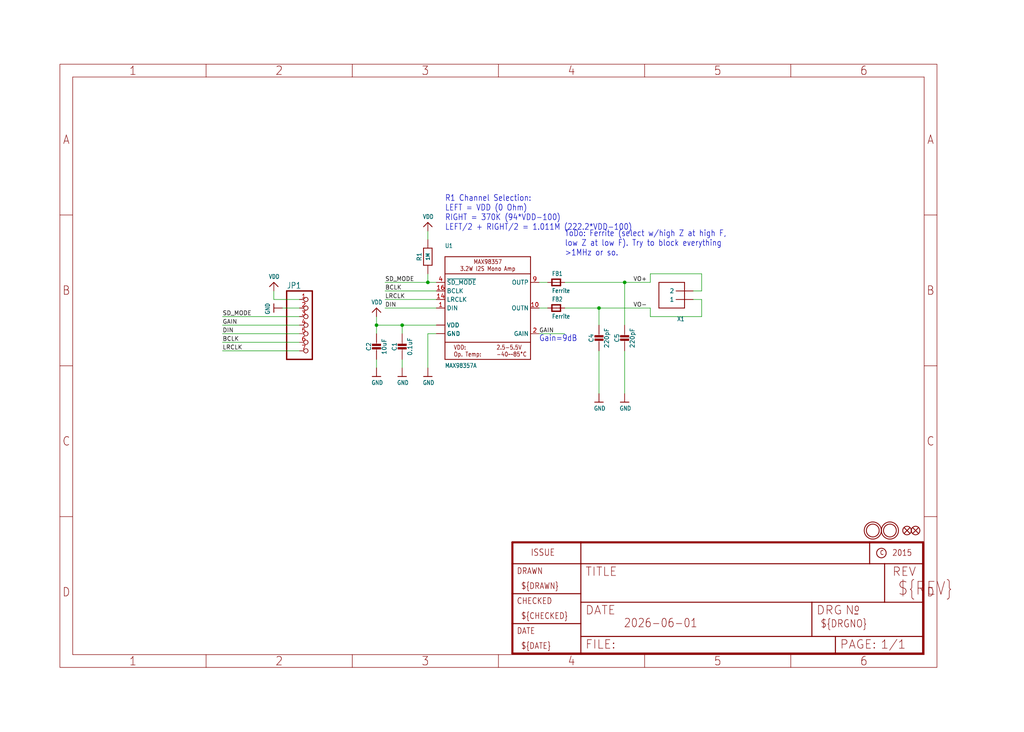
<source format=kicad_sch>
(kicad_sch (version 20230121) (generator eeschema)
  (paper "User" 303.962 217.322)
  (lib_symbols
    (symbol "working-eagle-import:AUDIOAMP_MAX98357"
      (property "Reference" "U" (at -12.7 17.78 0))
      (symbol "AUDIOAMP_MAX98357_1_0"
        (polyline (pts (xy -12.7 -15.24) (xy 12.7 -15.24)) (stroke (width 0.254)))
        (polyline (pts (xy -12.7 -10.16) (xy -12.7 -15.24)) (stroke (width 0.254)))
        (polyline (pts (xy -12.7 -10.16) (xy -12.7 10.16)) (stroke (width 0.254)))
        (polyline (pts (xy -12.7 10.16) (xy -12.7 15.24)) (stroke (width 0.254)))
        (polyline (pts (xy -12.7 10.16) (xy 12.7 10.16)) (stroke (width 0.254)))
        (polyline (pts (xy -12.7 15.24) (xy 12.7 15.24)) (stroke (width 0.254)))
        (polyline (pts (xy 12.7 -15.24) (xy 12.7 -10.16)) (stroke (width 0.254)))
        (polyline (pts (xy 12.7 -10.16) (xy -12.7 -10.16)) (stroke (width 0.254)))
        (polyline (pts (xy 12.7 10.16) (xy 12.7 -10.16)) (stroke (width 0.254)))
        (polyline (pts (xy 12.7 15.24) (xy 12.7 10.16)) (stroke (width 0.254)))
        (text "2.5-5.5V\n-40~~85°C" (at 2.54 -12.7 0) (effects (font (size 1.27 1.0795)) (justify left)))
        (text "MAX98357\n3.2W I2S Mono Amp" (at 0 12.7 0) (effects (font (size 1.27 1.0795))))
        (text "VDD:\nOp. Temp:" (at -10.16 -12.7 0) (effects (font (size 1.27 1.0795)) (justify left)))
        (pin bidirectional line (at -15.24 0 0) (length 2.54) (name "DIN") (number "1"))
        (pin output line (at 15.24 0 180) (length 2.54) (name "OUTN") (number "10"))
        (pin power_in line (at -15.24 -7.62 0) (length 2.54) (name "GND") (number "11"))
        (pin bidirectional line (at -15.24 2.54 0) (length 2.54) (name "LRCLK") (number "14"))
        (pin power_in line (at -15.24 -7.62 0) (length 2.54) (name "GND") (number "15"))
        (pin bidirectional line (at -15.24 5.08 0) (length 2.54) (name "BCLK") (number "16"))
        (pin bidirectional line (at 15.24 -7.62 180) (length 2.54) (name "GAIN") (number "2"))
        (pin power_in line (at -15.24 -7.62 0) (length 2.54) (name "GND") (number "3"))
        (pin bidirectional line (at -15.24 7.62 0) (length 2.54) (name "~{SD_MODE}") (number "4"))
        (pin power_in line (at -15.24 -5.08 0) (length 2.54) (name "VDD") (number "7"))
        (pin power_in line (at -15.24 -5.08 0) (length 2.54) (name "VDD") (number "8"))
        (pin output line (at 15.24 7.62 180) (length 2.54) (name "OUTP") (number "9"))
        (pin power_in line (at -15.24 -7.62 0) (length 2.54) (name "GND") (number "THERMAL"))
      )
    )
    (symbol "working-eagle-import:CAP_CERAMIC0805-NOOUTLINE"
      (property "Reference" "C" (at -2.29 1.25 90))
      (symbol "CAP_CERAMIC0805-NOOUTLINE_1_0"
        (rectangle (start -1.27 0.508) (end 1.27 1.016) (fill (type outline)))
        (rectangle (start -1.27 1.524) (end 1.27 2.032) (fill (type outline)))
        (polyline (pts (xy 0 0.762) (xy 0 0)) (stroke (width 0.1524)))
        (polyline (pts (xy 0 2.54) (xy 0 1.778)) (stroke (width 0.1524)))
        (pin passive line (at 0 5.08 270) (length 2.54) (name "1") (number "1"))
        (pin passive line (at 0 -2.54 90) (length 2.54) (name "2") (number "2"))
      )
    )
    (symbol "working-eagle-import:FERRITE-0805NO"
      (property "Reference" "FB" (at -1.27 1.905 0))
      (symbol "FERRITE-0805NO_1_0"
        (polyline (pts (xy -1.27 -0.9525) (xy -1.27 0.9525)) (stroke (width 0.4064)))
        (polyline (pts (xy -1.27 0.9525) (xy 1.27 0.9525)) (stroke (width 0.4064)))
        (polyline (pts (xy 1.27 -0.9525) (xy -1.27 -0.9525)) (stroke (width 0.4064)))
        (polyline (pts (xy 1.27 0.9525) (xy 1.27 -0.9525)) (stroke (width 0.4064)))
        (pin passive line (at -2.54 0 0) (length 2.54) (name "P$1") (number "1"))
        (pin passive line (at 2.54 0 180) (length 2.54) (name "P$2") (number "2"))
      )
    )
    (symbol "working-eagle-import:FIDUCIAL{dblquote}{dblquote}"
      (symbol "FIDUCIAL{dblquote}{dblquote}_1_0"
        (polyline (pts (xy -0.762 0.762) (xy 0.762 -0.762)) (stroke (width 0.254)))
        (polyline (pts (xy 0.762 0.762) (xy -0.762 -0.762)) (stroke (width 0.254)))
        (circle (center 0 0) (radius 1.27) (stroke (width 0.254)))
      )
    )
    (symbol "working-eagle-import:FRAME_A4"
      (symbol "FRAME_A4_1_0"
        (polyline (pts (xy 0 44.7675) (xy 3.81 44.7675)))
        (polyline (pts (xy 0 89.535) (xy 3.81 89.535)))
        (polyline (pts (xy 0 134.3025) (xy 3.81 134.3025)))
        (polyline (pts (xy 3.81 3.81) (xy 3.81 175.26)))
        (polyline (pts (xy 43.3917 0) (xy 43.3917 3.81)))
        (polyline (pts (xy 43.3917 175.26) (xy 43.3917 179.07)))
        (polyline (pts (xy 86.7833 0) (xy 86.7833 3.81)))
        (polyline (pts (xy 86.7833 175.26) (xy 86.7833 179.07)))
        (polyline (pts (xy 130.175 0) (xy 130.175 3.81)))
        (polyline (pts (xy 130.175 175.26) (xy 130.175 179.07)))
        (polyline (pts (xy 173.5667 0) (xy 173.5667 3.81)))
        (polyline (pts (xy 173.5667 175.26) (xy 173.5667 179.07)))
        (polyline (pts (xy 216.9583 0) (xy 216.9583 3.81)))
        (polyline (pts (xy 216.9583 175.26) (xy 216.9583 179.07)))
        (polyline (pts (xy 256.54 3.81) (xy 3.81 3.81)))
        (polyline (pts (xy 256.54 3.81) (xy 256.54 8.89)) (stroke (width 0.1016)))
        (polyline (pts (xy 256.54 3.81) (xy 256.54 175.26)))
        (polyline (pts (xy 256.54 8.89) (xy 256.54 13.97)) (stroke (width 0.1016)))
        (polyline (pts (xy 256.54 13.97) (xy 256.54 19.05)) (stroke (width 0.1016)))
        (polyline (pts (xy 256.54 19.05) (xy 256.54 36.83)) (stroke (width 0.1016)))
        (polyline (pts (xy 256.54 44.7675) (xy 260.35 44.7675)))
        (polyline (pts (xy 256.54 89.535) (xy 260.35 89.535)))
        (polyline (pts (xy 256.54 134.3025) (xy 260.35 134.3025)))
        (polyline (pts (xy 256.54 175.26) (xy 3.81 175.26)))
        (polyline (pts (xy 0 0) (xy 260.35 0) (xy 260.35 179.07) (xy 0 179.07) (xy 0 0)))
        (text "1" (at 21.6958 1.905 0) (effects (font (size 2.54 2.286))))
        (text "1" (at 21.6958 177.165 0) (effects (font (size 2.54 2.286))))
        (text "2" (at 65.0875 1.905 0) (effects (font (size 2.54 2.286))))
        (text "2" (at 65.0875 177.165 0) (effects (font (size 2.54 2.286))))
        (text "3" (at 108.4792 1.905 0) (effects (font (size 2.54 2.286))))
        (text "3" (at 108.4792 177.165 0) (effects (font (size 2.54 2.286))))
        (text "4" (at 151.8708 1.905 0) (effects (font (size 2.54 2.286))))
        (text "4" (at 151.8708 177.165 0) (effects (font (size 2.54 2.286))))
        (text "5" (at 195.2625 1.905 0) (effects (font (size 2.54 2.286))))
        (text "5" (at 195.2625 177.165 0) (effects (font (size 2.54 2.286))))
        (text "6" (at 238.6542 1.905 0) (effects (font (size 2.54 2.286))))
        (text "6" (at 238.6542 177.165 0) (effects (font (size 2.54 2.286))))
        (text "A" (at 1.905 156.6863 0) (effects (font (size 2.54 2.286))))
        (text "A" (at 258.445 156.6863 0) (effects (font (size 2.54 2.286))))
        (text "B" (at 1.905 111.9188 0) (effects (font (size 2.54 2.286))))
        (text "B" (at 258.445 111.9188 0) (effects (font (size 2.54 2.286))))
        (text "C" (at 1.905 67.1513 0) (effects (font (size 2.54 2.286))))
        (text "C" (at 258.445 67.1513 0) (effects (font (size 2.54 2.286))))
        (text "D" (at 1.905 22.3838 0) (effects (font (size 2.54 2.286))))
        (text "D" (at 258.445 22.3838 0) (effects (font (size 2.54 2.286))))
      )
      (symbol "FRAME_A4_2_0"
        (polyline (pts (xy -0.3048 1.5748) (xy 20.0152 1.5748)) (stroke (width 0.6096)))
        (polyline (pts (xy -0.3048 10.4648) (xy -0.3048 1.5748)) (stroke (width 0.6096)))
        (polyline (pts (xy -0.3048 10.4648) (xy 20.0152 10.4648)) (stroke (width 0.3048)))
        (polyline (pts (xy -0.3048 19.3548) (xy -0.3048 10.4648)) (stroke (width 0.6096)))
        (polyline (pts (xy -0.3048 19.3548) (xy 20.0152 19.3548)) (stroke (width 0.3048)))
        (polyline (pts (xy -0.3048 28.2448) (xy -0.3048 19.3548)) (stroke (width 0.6096)))
        (polyline (pts (xy -0.3048 28.2448) (xy 20.0152 28.2448)) (stroke (width 0.3048)))
        (polyline (pts (xy -0.3048 34.5948) (xy -0.3048 28.2448)) (stroke (width 0.6096)))
        (polyline (pts (xy 20.0152 1.5748) (xy 20.0152 6.6548)) (stroke (width 0.3048)))
        (polyline (pts (xy 20.0152 1.5748) (xy 95.5802 1.5748)) (stroke (width 0.6096)))
        (polyline (pts (xy 20.0152 6.6548) (xy 20.0152 10.4648)) (stroke (width 0.3048)))
        (polyline (pts (xy 20.0152 6.6548) (xy 88.5952 6.6548)) (stroke (width 0.3048)))
        (polyline (pts (xy 20.0152 10.4648) (xy 20.0152 16.8148)) (stroke (width 0.3048)))
        (polyline (pts (xy 20.0152 16.8148) (xy 20.0152 19.3548)) (stroke (width 0.3048)))
        (polyline (pts (xy 20.0152 19.3548) (xy 20.0152 28.2448)) (stroke (width 0.3048)))
        (polyline (pts (xy 20.0152 28.2448) (xy 20.0152 34.5948)) (stroke (width 0.3048)))
        (polyline (pts (xy 20.0152 28.2448) (xy 105.7402 28.2448)) (stroke (width 0.3048)))
        (polyline (pts (xy 20.0152 34.5948) (xy -0.3048 34.5948)) (stroke (width 0.6096)))
        (polyline (pts (xy 88.5952 6.6548) (xy 95.5802 6.6548)) (stroke (width 0.3048)))
        (polyline (pts (xy 88.5952 16.8148) (xy 20.0152 16.8148)) (stroke (width 0.3048)))
        (polyline (pts (xy 88.5952 16.8148) (xy 88.5952 6.6548)) (stroke (width 0.3048)))
        (polyline (pts (xy 95.5802 1.5748) (xy 121.6152 1.5748)) (stroke (width 0.6096)))
        (polyline (pts (xy 95.5802 6.6548) (xy 95.5802 1.5748)) (stroke (width 0.3048)))
        (polyline (pts (xy 95.5802 6.6548) (xy 121.6152 6.6548)) (stroke (width 0.3048)))
        (polyline (pts (xy 101.2952 13.3223) (xy 102.2477 13.3223)) (stroke (width 0.254)))
        (polyline (pts (xy 105.7402 28.2448) (xy 105.7402 34.5948)) (stroke (width 0.3048)))
        (polyline (pts (xy 105.7402 28.2448) (xy 110.1852 28.2448)) (stroke (width 0.3048)))
        (polyline (pts (xy 105.7402 34.5948) (xy 20.0152 34.5948)) (stroke (width 0.6096)))
        (polyline (pts (xy 110.1852 16.8148) (xy 88.5952 16.8148)) (stroke (width 0.3048)))
        (polyline (pts (xy 110.1852 28.2448) (xy 110.1852 16.8148)) (stroke (width 0.3048)))
        (polyline (pts (xy 110.1852 28.2448) (xy 121.6152 28.2448)) (stroke (width 0.3048)))
        (polyline (pts (xy 121.6152 6.6548) (xy 121.6152 1.5748)) (stroke (width 0.6096)))
        (polyline (pts (xy 121.6152 16.8148) (xy 110.1852 16.8148)) (stroke (width 0.3048)))
        (polyline (pts (xy 121.6152 16.8148) (xy 121.6152 6.6548)) (stroke (width 0.6096)))
        (polyline (pts (xy 121.6152 28.2448) (xy 121.6152 16.8148)) (stroke (width 0.6096)))
        (polyline (pts (xy 121.6152 34.5948) (xy 105.7402 34.5948)) (stroke (width 0.6096)))
        (polyline (pts (xy 121.6152 34.5948) (xy 121.6152 28.2448)) (stroke (width 0.6096)))
        (circle (center 109.2327 31.4198) (radius 1.4199) (stroke (width 0.254)))
        (text "${#}/${##}" (at 108.9152 2.8448 0) (effects (font (size 2.54 2.54)) (justify left bottom)))
        (text "${CHECKED}" (at 2.2352 11.7348 0) (effects (font (size 1.778 1.5113)) (justify left bottom)))
        (text "${COMPANY}" (at 23.349 29.6735 0) (effects (font (size 3.175 2.6987) (thickness 0.5397) bold) (justify left bottom)))
        (text "${CURRENT_DATE}" (at 32.7152 9.1948 0) (effects (font (size 2.54 2.159)) (justify left bottom)))
        (text "${DATE}" (at 2.2352 2.8448 0) (effects (font (size 1.778 1.5113)) (justify left bottom)))
        (text "${DRAWN}" (at 2.2352 20.6248 0) (effects (font (size 1.778 1.5113)) (justify left bottom)))
        (text "${DRGNO}" (at 91.1352 9.1948 0) (effects (font (size 2.1844 1.8567)) (justify left bottom)))
        (text "${PROJECTNAME}" (at 33.0327 2.8448 0) (effects (font (size 2.54 2.159)) (justify left bottom)))
        (text "${REV}" (at 113.9952 18.7198 0) (effects (font (size 3.81 3.2385)) (justify left bottom)))
        (text "2015" (at 112.4077 30.4673 0) (effects (font (size 1.778 1.5113)) (justify left bottom)))
        (text "C" (at 108.7564 30.7848 0) (effects (font (size 1.27 1.0795)) (justify left bottom)))
        (text "CHECKED" (at 0.9652 16.1798 0) (effects (font (size 1.778 1.5113)) (justify left bottom)))
        (text "DATE" (at 0.9652 7.2898 0) (effects (font (size 1.778 1.5113)) (justify left bottom)))
        (text "DATE" (at 21.2852 13.0048 0) (effects (font (size 2.54 2.54)) (justify left bottom)))
        (text "DRAWN" (at 0.9652 25.0698 0) (effects (font (size 1.778 1.5113)) (justify left bottom)))
        (text "DRG" (at 89.8652 13.0048 0) (effects (font (size 2.54 2.54)) (justify left bottom)))
        (text "FILE:" (at 21.2852 2.8448 0) (effects (font (size 2.54 2.54)) (justify left bottom)))
        (text "ISSUE" (at 5.0927 30.4673 0) (effects (font (size 1.9304 1.6408)) (justify left bottom)))
        (text "N" (at 98.4377 13.0048 0) (effects (font (size 2.54 2.54)) (justify left bottom)))
        (text "o" (at 100.9777 13.9573 0) (effects (font (size 2.1844 1.8567)) (justify left bottom)))
        (text "PAGE:" (at 96.8502 2.8448 0) (effects (font (size 2.54 2.54)) (justify left bottom)))
        (text "REV" (at 112.4077 24.4348 0) (effects (font (size 2.54 2.54)) (justify left bottom)))
        (text "TITLE" (at 21.2852 24.4348 0) (effects (font (size 2.54 2.54)) (justify left bottom)))
      )
    )
    (symbol "working-eagle-import:GND" (power)
      (property "Value" "GND" (at -1.524 -2.54 0))
      (symbol "GND_1_0"
        (polyline (pts (xy -1.27 0) (xy 1.27 0)) (stroke (width 0.254)))
        (pin power_in line (at 0 2.54 270) (length 2.54) (name "GND") (number "1"))
      )
    )
    (symbol "working-eagle-import:HEADER-1X7THICKER"
      (property "Reference" "JP" (at -6.35 10.795 0))
      (symbol "HEADER-1X7THICKER_1_0"
        (polyline (pts (xy -6.35 -10.16) (xy 1.27 -10.16)) (stroke (width 0.4064)))
        (polyline (pts (xy -6.35 10.16) (xy -6.35 -10.16)) (stroke (width 0.4064)))
        (polyline (pts (xy 1.27 -10.16) (xy 1.27 10.16)) (stroke (width 0.4064)))
        (polyline (pts (xy 1.27 10.16) (xy -6.35 10.16)) (stroke (width 0.4064)))
        (pin passive inverted (at -2.54 7.62 0) (length 2.54) (name "1") (number "1"))
        (pin passive inverted (at -2.54 5.08 0) (length 2.54) (name "2") (number "2"))
        (pin passive inverted (at -2.54 2.54 0) (length 2.54) (name "3") (number "3"))
        (pin passive inverted (at -2.54 0 0) (length 2.54) (name "4") (number "4"))
        (pin passive inverted (at -2.54 -2.54 0) (length 2.54) (name "5") (number "5"))
        (pin passive inverted (at -2.54 -5.08 0) (length 2.54) (name "6") (number "6"))
        (pin passive inverted (at -2.54 -7.62 0) (length 2.54) (name "7") (number "7"))
      )
    )
    (symbol "working-eagle-import:MOUNTINGHOLE2.5"
      (symbol "MOUNTINGHOLE2.5_1_0"
        (circle (center 0 0) (radius 1.905) (stroke (width 0.254)))
        (circle (center 0 0) (radius 2.54) (stroke (width 0.254)))
      )
    )
    (symbol "working-eagle-import:RESISTOR0805_NOOUTLINE"
      (property "Reference" "R" (at 0 2.54 0))
      (symbol "RESISTOR0805_NOOUTLINE_1_0"
        (polyline (pts (xy -2.54 -1.27) (xy -2.54 1.27)) (stroke (width 0.254)))
        (polyline (pts (xy -2.54 1.27) (xy 2.54 1.27)) (stroke (width 0.254)))
        (polyline (pts (xy 2.54 -1.27) (xy -2.54 -1.27)) (stroke (width 0.254)))
        (polyline (pts (xy 2.54 1.27) (xy 2.54 -1.27)) (stroke (width 0.254)))
        (pin passive line (at -5.08 0 0) (length 2.54) (name "1") (number "1"))
        (pin passive line (at 5.08 0 180) (length 2.54) (name "2") (number "2"))
      )
    )
    (symbol "working-eagle-import:TERMBLOCK_1X2"
      (property "Reference" "X" (at -2.54 7.62 0))
      (symbol "TERMBLOCK_1X2_1_0"
        (polyline (pts (xy -2.54 -2.54) (xy 5.08 -2.54)) (stroke (width 0.254)))
        (polyline (pts (xy -2.54 5.08) (xy -2.54 -2.54)) (stroke (width 0.254)))
        (polyline (pts (xy 5.08 -2.54) (xy 5.08 5.08)) (stroke (width 0.254)))
        (polyline (pts (xy 5.08 5.08) (xy -2.54 5.08)) (stroke (width 0.254)))
        (pin passive line (at -5.08 2.54 0) (length 5.08) (name "1") (number "1"))
        (pin passive line (at -5.08 0 0) (length 5.08) (name "2") (number "2"))
      )
    )
    (symbol "working-eagle-import:VDD" (power)
      (property "Value" "VDD" (at -1.524 1.016 0))
      (symbol "VDD_1_0"
        (polyline (pts (xy -1.27 -1.27) (xy 0 0)) (stroke (width 0.254)))
        (polyline (pts (xy 0 0) (xy 1.27 -1.27)) (stroke (width 0.254)))
        (pin power_in line (at 0 -2.54 90) (length 2.54) (name "VDD") (number "1"))
      )
    )
  )
  (junction (at 119.38 96.52))
  (junction (at 127 83.82))
  (junction (at 111.76 96.52))
  (junction (at 185.42 83.82))
  (junction (at 177.8 91.44))
  (wire (pts (xy 193.04 91.44) (xy 193.04 93.98)) (stroke (width 0.1524)))
  (wire (pts (xy 208.28 81.28) (xy 208.28 86.36)) (stroke (width 0.1524)))
  (wire (pts (xy 193.04 81.28) (xy 208.28 81.28)) (stroke (width 0.1524)))
  (wire (pts (xy 127 99.06) (xy 127 109.22)) (stroke (width 0.1524)))
  (wire (pts (xy 88.9 104.14) (xy 66.04 104.14)) (stroke (width 0.1524)))
  (wire (pts (xy 119.38 106.68) (xy 119.38 109.22)) (stroke (width 0.1524)))
  (wire (pts (xy 160.02 83.82) (xy 162.56 83.82)) (stroke (width 0.1524)))
  (wire (pts (xy 129.54 88.9) (xy 114.3 88.9)) (stroke (width 0.1524)))
  (wire (pts (xy 167.64 91.44) (xy 177.8 91.44)) (stroke (width 0.1524)))
  (wire (pts (xy 127 83.82) (xy 114.3 83.82)) (stroke (width 0.1524)))
  (wire (pts (xy 185.42 104.14) (xy 185.42 116.84)) (stroke (width 0.1524)))
  (wire (pts (xy 88.9 88.9) (xy 81.28 88.9)) (stroke (width 0.1524)))
  (wire (pts (xy 208.28 88.9) (xy 205.74 88.9)) (stroke (width 0.1524)))
  (wire (pts (xy 208.28 86.36) (xy 205.74 86.36)) (stroke (width 0.1524)))
  (wire (pts (xy 185.42 83.82) (xy 193.04 83.82)) (stroke (width 0.1524)))
  (wire (pts (xy 111.76 96.52) (xy 111.76 93.98)) (stroke (width 0.1524)))
  (wire (pts (xy 167.64 83.82) (xy 185.42 83.82)) (stroke (width 0.1524)))
  (wire (pts (xy 129.54 91.44) (xy 114.3 91.44)) (stroke (width 0.1524)))
  (wire (pts (xy 129.54 99.06) (xy 127 99.06)) (stroke (width 0.1524)))
  (wire (pts (xy 185.42 83.82) (xy 185.42 96.52)) (stroke (width 0.1524)))
  (wire (pts (xy 81.28 88.9) (xy 81.28 86.36)) (stroke (width 0.1524)))
  (wire (pts (xy 88.9 99.06) (xy 66.04 99.06)) (stroke (width 0.1524)))
  (wire (pts (xy 160.02 91.44) (xy 162.56 91.44)) (stroke (width 0.1524)))
  (wire (pts (xy 111.76 106.68) (xy 111.76 109.22)) (stroke (width 0.1524)))
  (wire (pts (xy 119.38 96.52) (xy 111.76 96.52)) (stroke (width 0.1524)))
  (wire (pts (xy 129.54 83.82) (xy 127 83.82)) (stroke (width 0.1524)))
  (wire (pts (xy 193.04 83.82) (xy 193.04 81.28)) (stroke (width 0.1524)))
  (wire (pts (xy 160.02 99.06) (xy 167.64 99.06)) (stroke (width 0.1524)))
  (wire (pts (xy 129.54 86.36) (xy 114.3 86.36)) (stroke (width 0.1524)))
  (wire (pts (xy 66.04 96.52) (xy 88.9 96.52)) (stroke (width 0.1524)))
  (wire (pts (xy 193.04 93.98) (xy 208.28 93.98)) (stroke (width 0.1524)))
  (wire (pts (xy 177.8 104.14) (xy 177.8 116.84)) (stroke (width 0.1524)))
  (wire (pts (xy 208.28 93.98) (xy 208.28 88.9)) (stroke (width 0.1524)))
  (wire (pts (xy 88.9 93.98) (xy 66.04 93.98)) (stroke (width 0.1524)))
  (wire (pts (xy 119.38 99.06) (xy 119.38 96.52)) (stroke (width 0.1524)))
  (wire (pts (xy 88.9 101.6) (xy 66.04 101.6)) (stroke (width 0.1524)))
  (wire (pts (xy 127 71.12) (xy 127 68.58)) (stroke (width 0.1524)))
  (wire (pts (xy 177.8 91.44) (xy 177.8 96.52)) (stroke (width 0.1524)))
  (wire (pts (xy 111.76 99.06) (xy 111.76 96.52)) (stroke (width 0.1524)))
  (wire (pts (xy 127 83.82) (xy 127 81.28)) (stroke (width 0.1524)))
  (wire (pts (xy 177.8 91.44) (xy 193.04 91.44)) (stroke (width 0.1524)))
  (wire (pts (xy 129.54 96.52) (xy 119.38 96.52)) (stroke (width 0.1524)))
  (wire (pts (xy 88.9 91.44) (xy 83.82 91.44)) (stroke (width 0.1524)))
  (text "ToDo: Ferrite (select w/high Z at high F,\nlow Z at low F). Try to block everything\n>1MHz or so." (at 167.64 76.2 0) (effects (font (size 1.778 1.5113)) (justify left bottom)))
  (text "R1 Channel Selection:\nLEFT = VDD (0 Ohm)\nRIGHT = 370K (94*VDD-100)\nLEFT/2 + RIGHT/2 = 1.011M (222.2*VDD-100)" (at 132.08 68.58 0) (effects (font (size 1.778 1.5113)) (justify left bottom)))
  (text "Gain=9dB" (at 160.02 101.6 0) (effects (font (size 1.778 1.5113)) (justify left bottom)))
  (label "LRCLK" (at 114.3 88.9 0) (effects (font (size 1.2446 1.2446))))
  (label "DIN" (at 66.04 99.06 0) (effects (font (size 1.2446 1.2446))))
  (label "GAIN" (at 160.02 99.06 0) (effects (font (size 1.2446 1.2446))))
  (label "VO+" (at 187.96 83.82 0) (effects (font (size 1.2446 1.2446))))
  (label "BCLK" (at 66.04 101.6 0) (effects (font (size 1.2446 1.2446))))
  (label "GAIN" (at 66.04 96.52 0) (effects (font (size 1.2446 1.2446))))
  (label "SD_MODE" (at 114.3 83.82 0) (effects (font (size 1.2446 1.2446))))
  (label "DIN" (at 114.3 91.44 0) (effects (font (size 1.2446 1.2446))))
  (label "SD_MODE" (at 66.04 93.98 0) (effects (font (size 1.2446 1.2446))))
  (label "BCLK" (at 114.3 86.36 0) (effects (font (size 1.2446 1.2446))))
  (label "VO-" (at 187.96 91.44 0) (effects (font (size 1.2446 1.2446))))
  (label "LRCLK" (at 66.04 104.14 0) (effects (font (size 1.2446 1.2446))))
  (symbol (lib_id "working-eagle-import:CAP_CERAMIC0805-NOOUTLINE") (at 119.38 104.14 0) (unit 1)
    (property "Reference" "C1" (at 117.09 102.89 90))
    (property "Value" "0.1uF" (at 121.68 102.89 90))
    (property "Footprint" "working:0805-NO" (effects hide))
  )
  (symbol (lib_id "working-eagle-import:GND") (at 111.76 111.76 0) (unit 1)
    (property "Reference" "#U$5" (effects hide))
    (property "Value" "GND" (at 110.236 114.3 0) (effects (font (size 1.27 1.0795)) (justify left bottom)))
  )
  (symbol (lib_id "working-eagle-import:VDD") (at 111.76 91.44 0) (unit 1)
    (property "Reference" "#U$1" (effects hide))
    (property "Value" "VDD" (at 110.236 90.424 0) (effects (font (size 1.27 1.0795)) (justify left bottom)))
  )
  (symbol (lib_id "working-eagle-import:GND") (at 185.42 119.38 0) (unit 1)
    (property "Reference" "#U$8" (effects hide))
    (property "Value" "GND" (at 183.896 121.92 0) (effects (font (size 1.27 1.0795)) (justify left bottom)))
  )
  (symbol (lib_id "working-eagle-import:CAP_CERAMIC0805-NOOUTLINE") (at 177.8 101.6 0) (unit 1)
    (property "Reference" "C4" (at 175.51 100.35 90))
    (property "Value" "220pF" (at 180.1 100.35 90))
    (property "Footprint" "working:0805-NO" (effects hide))
  )
  (symbol (lib_id "working-eagle-import:GND") (at 127 111.76 0) (unit 1)
    (property "Reference" "#U$2" (effects hide))
    (property "Value" "GND" (at 125.476 114.3 0) (effects (font (size 1.27 1.0795)) (justify left bottom)))
  )
  (symbol (lib_id "working-eagle-import:VDD") (at 127 66.04 0) (unit 1)
    (property "Reference" "#U$3" (effects hide))
    (property "Value" "VDD" (at 125.476 65.024 0) (effects (font (size 1.27 1.0795)) (justify left bottom)))
  )
  (symbol (lib_id "working-eagle-import:FRAME_A4") (at 17.78 198.12 0) (unit 1)
    (property "Reference" "#FRAME1" (effects hide))
    (property "Value" "FRAME_A4" (effects hide))
  )
  (symbol (lib_id "working-eagle-import:MOUNTINGHOLE2.5") (at 259.08 157.48 0) (unit 1)
    (property "Reference" "U$10" (effects hide))
    (property "Value" "MOUNTINGHOLE2.5" (effects hide))
    (property "Footprint" "working:MOUNTINGHOLE_2.5_PLATED" (effects hide))
  )
  (symbol (lib_id "working-eagle-import:VDD") (at 81.28 83.82 0) (unit 1)
    (property "Reference" "#U$12" (effects hide))
    (property "Value" "VDD" (at 79.756 82.804 0) (effects (font (size 1.27 1.0795)) (justify left bottom)))
  )
  (symbol (lib_id "working-eagle-import:MOUNTINGHOLE2.5") (at 264.16 157.48 0) (unit 1)
    (property "Reference" "U$9" (effects hide))
    (property "Value" "MOUNTINGHOLE2.5" (effects hide))
    (property "Footprint" "working:MOUNTINGHOLE_2.5_PLATED" (effects hide))
  )
  (symbol (lib_id "working-eagle-import:FRAME_A4") (at 152.4 195.58 0) (unit 2)
    (property "Reference" "#FRAME1" (effects hide))
    (property "Value" "FRAME_A4" (effects hide))
  )
  (symbol (lib_id "working-eagle-import:FIDUCIAL{dblquote}{dblquote}") (at 269.24 157.48 0) (unit 1)
    (property "Reference" "FID2" (effects hide))
    (property "Value" "FIDUCIAL{dblquote}{dblquote}" (effects hide))
    (property "Footprint" "working:FIDUCIAL_1MM" (effects hide))
  )
  (symbol (lib_id "working-eagle-import:FIDUCIAL{dblquote}{dblquote}") (at 271.78 157.48 0) (unit 1)
    (property "Reference" "FID1" (effects hide))
    (property "Value" "FIDUCIAL{dblquote}{dblquote}" (effects hide))
    (property "Footprint" "working:FIDUCIAL_1MM" (effects hide))
  )
  (symbol (lib_id "working-eagle-import:CAP_CERAMIC0805-NOOUTLINE") (at 111.76 104.14 0) (unit 1)
    (property "Reference" "C2" (at 109.47 102.89 90))
    (property "Value" "10uF" (at 114.06 102.89 90))
    (property "Footprint" "working:0805-NO" (effects hide))
  )
  (symbol (lib_id "working-eagle-import:RESISTOR0805_NOOUTLINE") (at 127 76.2 90) (unit 1)
    (property "Reference" "R1" (at 124.46 76.2 0))
    (property "Value" "1M" (at 127 76.2 0) (effects (font (size 1.016 1.016) bold)))
    (property "Footprint" "working:0805-NO" (effects hide))
  )
  (symbol (lib_id "working-eagle-import:FERRITE-0805NO") (at 165.1 83.82 0) (unit 1)
    (property "Reference" "FB1" (at 163.83 81.915 0) (effects (font (size 1.27 1.0795)) (justify left bottom)))
    (property "Value" "Ferrite" (at 163.83 86.995 0) (effects (font (size 1.27 1.0795)) (justify left bottom)))
    (property "Footprint" "working:0805-NO" (effects hide))
  )
  (symbol (lib_id "working-eagle-import:TERMBLOCK_1X2") (at 200.66 86.36 180) (unit 1)
    (property "Reference" "X1" (at 203.2 93.98 0) (effects (font (size 1.27 1.0795)) (justify left bottom)))
    (property "Value" "TERMBLOCK_1X2" (effects hide))
    (property "Footprint" "working:TERMBLOCK_1X2-3.5MM" (effects hide))
  )
  (symbol (lib_id "working-eagle-import:HEADER-1X7THICKER") (at 91.44 96.52 0) (unit 1)
    (property "Reference" "JP1" (at 85.09 85.725 0) (effects (font (size 1.778 1.5113)) (justify left bottom)))
    (property "Value" "HEADER-1X7THICKER" (effects hide))
    (property "Footprint" "working:1X07_ROUND_76" (effects hide))
  )
  (symbol (lib_id "working-eagle-import:CAP_CERAMIC0805-NOOUTLINE") (at 185.42 101.6 0) (unit 1)
    (property "Reference" "C5" (at 183.13 100.35 90))
    (property "Value" "220pF" (at 187.72 100.35 90))
    (property "Footprint" "working:0805-NO" (effects hide))
  )
  (symbol (lib_id "working-eagle-import:GND") (at 177.8 119.38 0) (unit 1)
    (property "Reference" "#U$7" (effects hide))
    (property "Value" "GND" (at 176.276 121.92 0) (effects (font (size 1.27 1.0795)) (justify left bottom)))
  )
  (symbol (lib_id "working-eagle-import:GND") (at 81.28 91.44 270) (unit 1)
    (property "Reference" "#U$13" (effects hide))
    (property "Value" "GND" (at 78.74 89.916 0) (effects (font (size 1.27 1.0795)) (justify left bottom)))
  )
  (symbol (lib_id "working-eagle-import:GND") (at 119.38 111.76 0) (unit 1)
    (property "Reference" "#U$4" (effects hide))
    (property "Value" "GND" (at 117.856 114.3 0) (effects (font (size 1.27 1.0795)) (justify left bottom)))
  )
  (symbol (lib_id "working-eagle-import:FERRITE-0805NO") (at 165.1 91.44 0) (unit 1)
    (property "Reference" "FB2" (at 163.83 89.535 0) (effects (font (size 1.27 1.0795)) (justify left bottom)))
    (property "Value" "Ferrite" (at 163.83 94.615 0) (effects (font (size 1.27 1.0795)) (justify left bottom)))
    (property "Footprint" "working:0805-NO" (effects hide))
  )
  (symbol (lib_id "working-eagle-import:AUDIOAMP_MAX98357") (at 144.78 91.44 0) (unit 1)
    (property "Reference" "U1" (at 132.08 73.66 0) (effects (font (size 1.27 1.0795)) (justify left bottom)))
    (property "Value" "MAX98357A" (at 132.08 109.22 0) (effects (font (size 1.27 1.0795)) (justify left bottom)))
    (property "Footprint" "working:QFN16_3MM" (effects hide))
  )
)
</source>
